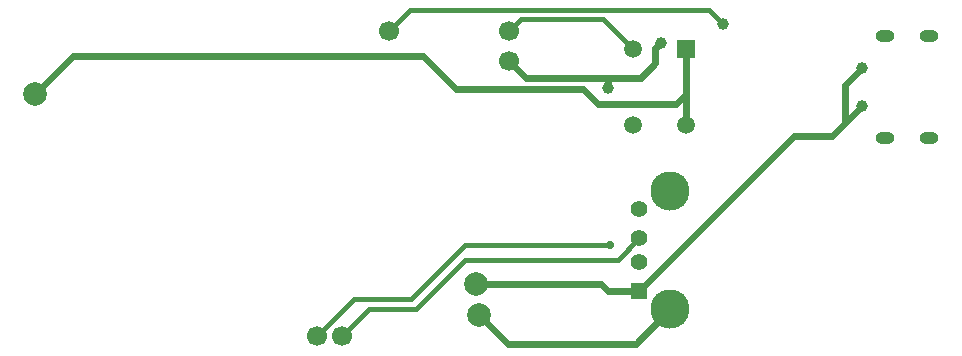
<source format=gbl>
G04 #@! TF.GenerationSoftware,KiCad,Pcbnew,9.0.2*
G04 #@! TF.CreationDate,2025-06-21T10:43:41+02:00*
G04 #@! TF.ProjectId,conndom,636f6e6e-646f-46d2-9e6b-696361645f70,0.2*
G04 #@! TF.SameCoordinates,Original*
G04 #@! TF.FileFunction,Copper,L2,Bot*
G04 #@! TF.FilePolarity,Positive*
%FSLAX46Y46*%
G04 Gerber Fmt 4.6, Leading zero omitted, Abs format (unit mm)*
G04 Created by KiCad (PCBNEW 9.0.2) date 2025-06-21 10:43:41*
%MOMM*%
%LPD*%
G01*
G04 APERTURE LIST*
G04 #@! TA.AperFunction,ComponentPad*
%ADD10R,1.408000X1.408000*%
G04 #@! TD*
G04 #@! TA.AperFunction,ComponentPad*
%ADD11C,1.408000*%
G04 #@! TD*
G04 #@! TA.AperFunction,ComponentPad*
%ADD12C,3.316000*%
G04 #@! TD*
G04 #@! TA.AperFunction,ComponentPad*
%ADD13C,1.700000*%
G04 #@! TD*
G04 #@! TA.AperFunction,ComponentPad*
%ADD14C,2.000000*%
G04 #@! TD*
G04 #@! TA.AperFunction,ComponentPad*
%ADD15O,1.600000X1.000000*%
G04 #@! TD*
G04 #@! TA.AperFunction,ComponentPad*
%ADD16R,1.508000X1.508000*%
G04 #@! TD*
G04 #@! TA.AperFunction,ComponentPad*
%ADD17C,1.508000*%
G04 #@! TD*
G04 #@! TA.AperFunction,ViaPad*
%ADD18C,1.000000*%
G04 #@! TD*
G04 #@! TA.AperFunction,ViaPad*
%ADD19C,0.700000*%
G04 #@! TD*
G04 #@! TA.AperFunction,Conductor*
%ADD20C,0.600000*%
G04 #@! TD*
G04 #@! TA.AperFunction,Conductor*
%ADD21C,0.400000*%
G04 #@! TD*
G04 APERTURE END LIST*
D10*
X159600000Y-104300000D03*
D11*
X159600000Y-101800000D03*
X159600000Y-99800000D03*
X159600000Y-97300000D03*
D12*
X162270000Y-105800000D03*
X162270000Y-95800000D03*
D13*
X134450000Y-108080000D03*
X148630000Y-84770000D03*
D14*
X108450000Y-87560000D03*
D15*
X180400000Y-91320000D03*
X184200000Y-91320000D03*
X180400000Y-82680000D03*
X184200000Y-82680000D03*
D13*
X138470000Y-82230000D03*
D14*
X146100000Y-106310000D03*
D13*
X148630000Y-82230000D03*
D14*
X145790000Y-103700000D03*
D16*
X163600000Y-83750000D03*
D17*
X163600000Y-90250000D03*
X159100000Y-83750000D03*
X159100000Y-90250000D03*
D13*
X132320000Y-108080000D03*
D18*
X161450000Y-83250000D03*
X157000000Y-87100000D03*
X178500000Y-88600000D03*
X178500000Y-85400000D03*
D19*
X157150000Y-100400000D03*
D18*
X166750000Y-81700000D03*
D20*
X159320000Y-108750000D02*
X148540000Y-108750000D01*
X159800000Y-86200000D02*
X161000000Y-85000000D01*
X161000000Y-83700000D02*
X161450000Y-83250000D01*
X157000000Y-86200000D02*
X159800000Y-86200000D01*
X161000000Y-85000000D02*
X161000000Y-83700000D01*
X157000000Y-86200000D02*
X157000000Y-87100000D01*
X148630000Y-84770000D02*
X150060000Y-86200000D01*
X162270000Y-105800000D02*
X159320000Y-108750000D01*
X150060000Y-86200000D02*
X157000000Y-86200000D01*
X148540000Y-108750000D02*
X146100000Y-106310000D01*
X154850000Y-87150000D02*
X144150000Y-87150000D01*
X163560000Y-87560000D02*
X162720000Y-88400000D01*
X163600000Y-87600000D02*
X163560000Y-87560000D01*
X144150000Y-87150000D02*
X141350000Y-84350000D01*
X163600000Y-83750000D02*
X163600000Y-87600000D01*
X111660000Y-84350000D02*
X108450000Y-87560000D01*
X141350000Y-84350000D02*
X111660000Y-84350000D01*
X163600000Y-87600000D02*
X163600000Y-90250000D01*
X156100000Y-88400000D02*
X154850000Y-87150000D01*
X162720000Y-88400000D02*
X156100000Y-88400000D01*
X177050000Y-86850000D02*
X177050000Y-90050000D01*
X177050000Y-90050000D02*
X178500000Y-88600000D01*
X157000000Y-104300000D02*
X159600000Y-104300000D01*
X178500000Y-85400000D02*
X177050000Y-86850000D01*
X175950000Y-91150000D02*
X177050000Y-90050000D01*
X156400000Y-103700000D02*
X157000000Y-104300000D01*
X172750000Y-91150000D02*
X175950000Y-91150000D01*
X145790000Y-103700000D02*
X156400000Y-103700000D01*
X159600000Y-104300000D02*
X172750000Y-91150000D01*
D21*
X144900000Y-101600000D02*
X140700000Y-105800000D01*
X159600000Y-99800000D02*
X157800000Y-101600000D01*
X136730000Y-105800000D02*
X134450000Y-108080000D01*
X140700000Y-105800000D02*
X136730000Y-105800000D01*
X157800000Y-101600000D02*
X144900000Y-101600000D01*
X135450000Y-104950000D02*
X140300000Y-104950000D01*
X140300000Y-104950000D02*
X144850000Y-100400000D01*
X144850000Y-100400000D02*
X157150000Y-100400000D01*
X132320000Y-108080000D02*
X135450000Y-104950000D01*
X159100000Y-83750000D02*
X156550000Y-81200000D01*
X156550000Y-81200000D02*
X149660000Y-81200000D01*
X149660000Y-81200000D02*
X148630000Y-82230000D01*
X140200000Y-80500000D02*
X164550000Y-80500000D01*
X165550000Y-80500000D02*
X166750000Y-81700000D01*
X164550000Y-80500000D02*
X165550000Y-80500000D01*
X138470000Y-82230000D02*
X140200000Y-80500000D01*
M02*

</source>
